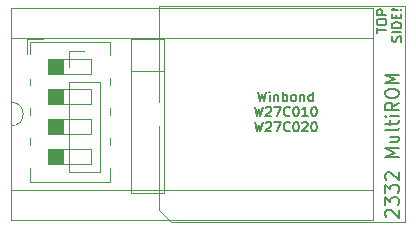
<source format=gbr>
G04 #@! TF.GenerationSoftware,KiCad,Pcbnew,9.0.0*
G04 #@! TF.CreationDate,2025-08-10T20:52:22-04:00*
G04 #@! TF.ProjectId,CBM-2332-MultiROM,43424d2d-3233-4333-922d-4d756c746952,rev?*
G04 #@! TF.SameCoordinates,Original*
G04 #@! TF.FileFunction,Legend,Top*
G04 #@! TF.FilePolarity,Positive*
%FSLAX46Y46*%
G04 Gerber Fmt 4.6, Leading zero omitted, Abs format (unit mm)*
G04 Created by KiCad (PCBNEW 9.0.0) date 2025-08-10 20:52:22*
%MOMM*%
%LPD*%
G01*
G04 APERTURE LIST*
%ADD10C,0.200000*%
%ADD11C,0.150000*%
%ADD12C,0.120000*%
G04 APERTURE END LIST*
D10*
X145007028Y-96289999D02*
X144949885Y-96237618D01*
X144949885Y-96237618D02*
X144892742Y-96132856D01*
X144892742Y-96132856D02*
X144892742Y-95870951D01*
X144892742Y-95870951D02*
X144949885Y-95766189D01*
X144949885Y-95766189D02*
X145007028Y-95713808D01*
X145007028Y-95713808D02*
X145121314Y-95661427D01*
X145121314Y-95661427D02*
X145235600Y-95661427D01*
X145235600Y-95661427D02*
X145407028Y-95713808D01*
X145407028Y-95713808D02*
X146092742Y-96342380D01*
X146092742Y-96342380D02*
X146092742Y-95661427D01*
X144892742Y-95294761D02*
X144892742Y-94613808D01*
X144892742Y-94613808D02*
X145349885Y-94980475D01*
X145349885Y-94980475D02*
X145349885Y-94823332D01*
X145349885Y-94823332D02*
X145407028Y-94718570D01*
X145407028Y-94718570D02*
X145464171Y-94666189D01*
X145464171Y-94666189D02*
X145578457Y-94613808D01*
X145578457Y-94613808D02*
X145864171Y-94613808D01*
X145864171Y-94613808D02*
X145978457Y-94666189D01*
X145978457Y-94666189D02*
X146035600Y-94718570D01*
X146035600Y-94718570D02*
X146092742Y-94823332D01*
X146092742Y-94823332D02*
X146092742Y-95137618D01*
X146092742Y-95137618D02*
X146035600Y-95242380D01*
X146035600Y-95242380D02*
X145978457Y-95294761D01*
X144892742Y-94247142D02*
X144892742Y-93566189D01*
X144892742Y-93566189D02*
X145349885Y-93932856D01*
X145349885Y-93932856D02*
X145349885Y-93775713D01*
X145349885Y-93775713D02*
X145407028Y-93670951D01*
X145407028Y-93670951D02*
X145464171Y-93618570D01*
X145464171Y-93618570D02*
X145578457Y-93566189D01*
X145578457Y-93566189D02*
X145864171Y-93566189D01*
X145864171Y-93566189D02*
X145978457Y-93618570D01*
X145978457Y-93618570D02*
X146035600Y-93670951D01*
X146035600Y-93670951D02*
X146092742Y-93775713D01*
X146092742Y-93775713D02*
X146092742Y-94089999D01*
X146092742Y-94089999D02*
X146035600Y-94194761D01*
X146035600Y-94194761D02*
X145978457Y-94247142D01*
X145007028Y-93147142D02*
X144949885Y-93094761D01*
X144949885Y-93094761D02*
X144892742Y-92989999D01*
X144892742Y-92989999D02*
X144892742Y-92728094D01*
X144892742Y-92728094D02*
X144949885Y-92623332D01*
X144949885Y-92623332D02*
X145007028Y-92570951D01*
X145007028Y-92570951D02*
X145121314Y-92518570D01*
X145121314Y-92518570D02*
X145235600Y-92518570D01*
X145235600Y-92518570D02*
X145407028Y-92570951D01*
X145407028Y-92570951D02*
X146092742Y-93199523D01*
X146092742Y-93199523D02*
X146092742Y-92518570D01*
X146092742Y-91209047D02*
X144892742Y-91209047D01*
X144892742Y-91209047D02*
X145749885Y-90842380D01*
X145749885Y-90842380D02*
X144892742Y-90475713D01*
X144892742Y-90475713D02*
X146092742Y-90475713D01*
X145292742Y-89480475D02*
X146092742Y-89480475D01*
X145292742Y-89951904D02*
X145921314Y-89951904D01*
X145921314Y-89951904D02*
X146035600Y-89899523D01*
X146035600Y-89899523D02*
X146092742Y-89794761D01*
X146092742Y-89794761D02*
X146092742Y-89637618D01*
X146092742Y-89637618D02*
X146035600Y-89532856D01*
X146035600Y-89532856D02*
X145978457Y-89480475D01*
X146092742Y-88799523D02*
X146035600Y-88904285D01*
X146035600Y-88904285D02*
X145921314Y-88956666D01*
X145921314Y-88956666D02*
X144892742Y-88956666D01*
X145292742Y-88537619D02*
X145292742Y-88118571D01*
X144892742Y-88380476D02*
X145921314Y-88380476D01*
X145921314Y-88380476D02*
X146035600Y-88328095D01*
X146035600Y-88328095D02*
X146092742Y-88223333D01*
X146092742Y-88223333D02*
X146092742Y-88118571D01*
X146092742Y-87751905D02*
X145292742Y-87751905D01*
X144892742Y-87751905D02*
X144949885Y-87804286D01*
X144949885Y-87804286D02*
X145007028Y-87751905D01*
X145007028Y-87751905D02*
X144949885Y-87699524D01*
X144949885Y-87699524D02*
X144892742Y-87751905D01*
X144892742Y-87751905D02*
X145007028Y-87751905D01*
X146092742Y-86599523D02*
X145521314Y-86966190D01*
X146092742Y-87228095D02*
X144892742Y-87228095D01*
X144892742Y-87228095D02*
X144892742Y-86809047D01*
X144892742Y-86809047D02*
X144949885Y-86704285D01*
X144949885Y-86704285D02*
X145007028Y-86651904D01*
X145007028Y-86651904D02*
X145121314Y-86599523D01*
X145121314Y-86599523D02*
X145292742Y-86599523D01*
X145292742Y-86599523D02*
X145407028Y-86651904D01*
X145407028Y-86651904D02*
X145464171Y-86704285D01*
X145464171Y-86704285D02*
X145521314Y-86809047D01*
X145521314Y-86809047D02*
X145521314Y-87228095D01*
X144892742Y-85918571D02*
X144892742Y-85709047D01*
X144892742Y-85709047D02*
X144949885Y-85604285D01*
X144949885Y-85604285D02*
X145064171Y-85499523D01*
X145064171Y-85499523D02*
X145292742Y-85447142D01*
X145292742Y-85447142D02*
X145692742Y-85447142D01*
X145692742Y-85447142D02*
X145921314Y-85499523D01*
X145921314Y-85499523D02*
X146035600Y-85604285D01*
X146035600Y-85604285D02*
X146092742Y-85709047D01*
X146092742Y-85709047D02*
X146092742Y-85918571D01*
X146092742Y-85918571D02*
X146035600Y-86023333D01*
X146035600Y-86023333D02*
X145921314Y-86128095D01*
X145921314Y-86128095D02*
X145692742Y-86180476D01*
X145692742Y-86180476D02*
X145292742Y-86180476D01*
X145292742Y-86180476D02*
X145064171Y-86128095D01*
X145064171Y-86128095D02*
X144949885Y-86023333D01*
X144949885Y-86023333D02*
X144892742Y-85918571D01*
X146092742Y-84975714D02*
X144892742Y-84975714D01*
X144892742Y-84975714D02*
X145749885Y-84609047D01*
X145749885Y-84609047D02*
X144892742Y-84242380D01*
X144892742Y-84242380D02*
X146092742Y-84242380D01*
D11*
X144196340Y-80724312D02*
X144196340Y-80267169D01*
X144996340Y-80495741D02*
X144196340Y-80495741D01*
X144196340Y-79848121D02*
X144196340Y-79695740D01*
X144196340Y-79695740D02*
X144234435Y-79619550D01*
X144234435Y-79619550D02*
X144310625Y-79543359D01*
X144310625Y-79543359D02*
X144463006Y-79505264D01*
X144463006Y-79505264D02*
X144729673Y-79505264D01*
X144729673Y-79505264D02*
X144882054Y-79543359D01*
X144882054Y-79543359D02*
X144958245Y-79619550D01*
X144958245Y-79619550D02*
X144996340Y-79695740D01*
X144996340Y-79695740D02*
X144996340Y-79848121D01*
X144996340Y-79848121D02*
X144958245Y-79924312D01*
X144958245Y-79924312D02*
X144882054Y-80000502D01*
X144882054Y-80000502D02*
X144729673Y-80038598D01*
X144729673Y-80038598D02*
X144463006Y-80038598D01*
X144463006Y-80038598D02*
X144310625Y-80000502D01*
X144310625Y-80000502D02*
X144234435Y-79924312D01*
X144234435Y-79924312D02*
X144196340Y-79848121D01*
X144996340Y-79162407D02*
X144196340Y-79162407D01*
X144196340Y-79162407D02*
X144196340Y-78857645D01*
X144196340Y-78857645D02*
X144234435Y-78781455D01*
X144234435Y-78781455D02*
X144272530Y-78743360D01*
X144272530Y-78743360D02*
X144348721Y-78705264D01*
X144348721Y-78705264D02*
X144463006Y-78705264D01*
X144463006Y-78705264D02*
X144539197Y-78743360D01*
X144539197Y-78743360D02*
X144577292Y-78781455D01*
X144577292Y-78781455D02*
X144615387Y-78857645D01*
X144615387Y-78857645D02*
X144615387Y-79162407D01*
X146246200Y-81448122D02*
X146284295Y-81333836D01*
X146284295Y-81333836D02*
X146284295Y-81143360D01*
X146284295Y-81143360D02*
X146246200Y-81067169D01*
X146246200Y-81067169D02*
X146208104Y-81029074D01*
X146208104Y-81029074D02*
X146131914Y-80990979D01*
X146131914Y-80990979D02*
X146055723Y-80990979D01*
X146055723Y-80990979D02*
X145979533Y-81029074D01*
X145979533Y-81029074D02*
X145941438Y-81067169D01*
X145941438Y-81067169D02*
X145903342Y-81143360D01*
X145903342Y-81143360D02*
X145865247Y-81295741D01*
X145865247Y-81295741D02*
X145827152Y-81371931D01*
X145827152Y-81371931D02*
X145789057Y-81410026D01*
X145789057Y-81410026D02*
X145712866Y-81448122D01*
X145712866Y-81448122D02*
X145636676Y-81448122D01*
X145636676Y-81448122D02*
X145560485Y-81410026D01*
X145560485Y-81410026D02*
X145522390Y-81371931D01*
X145522390Y-81371931D02*
X145484295Y-81295741D01*
X145484295Y-81295741D02*
X145484295Y-81105264D01*
X145484295Y-81105264D02*
X145522390Y-80990979D01*
X146284295Y-80648121D02*
X145484295Y-80648121D01*
X146284295Y-80267169D02*
X145484295Y-80267169D01*
X145484295Y-80267169D02*
X145484295Y-80076693D01*
X145484295Y-80076693D02*
X145522390Y-79962407D01*
X145522390Y-79962407D02*
X145598580Y-79886217D01*
X145598580Y-79886217D02*
X145674771Y-79848122D01*
X145674771Y-79848122D02*
X145827152Y-79810026D01*
X145827152Y-79810026D02*
X145941438Y-79810026D01*
X145941438Y-79810026D02*
X146093819Y-79848122D01*
X146093819Y-79848122D02*
X146170009Y-79886217D01*
X146170009Y-79886217D02*
X146246200Y-79962407D01*
X146246200Y-79962407D02*
X146284295Y-80076693D01*
X146284295Y-80076693D02*
X146284295Y-80267169D01*
X145865247Y-79467169D02*
X145865247Y-79200503D01*
X146284295Y-79086217D02*
X146284295Y-79467169D01*
X146284295Y-79467169D02*
X145484295Y-79467169D01*
X145484295Y-79467169D02*
X145484295Y-79086217D01*
X146208104Y-78743359D02*
X146246200Y-78705264D01*
X146246200Y-78705264D02*
X146284295Y-78743359D01*
X146284295Y-78743359D02*
X146246200Y-78781455D01*
X146246200Y-78781455D02*
X146208104Y-78743359D01*
X146208104Y-78743359D02*
X146284295Y-78743359D01*
X145979533Y-78743359D02*
X145522390Y-78781455D01*
X145522390Y-78781455D02*
X145484295Y-78743359D01*
X145484295Y-78743359D02*
X145522390Y-78705264D01*
X145522390Y-78705264D02*
X145979533Y-78743359D01*
X145979533Y-78743359D02*
X145484295Y-78743359D01*
X134156741Y-85672385D02*
X134347217Y-86472385D01*
X134347217Y-86472385D02*
X134499598Y-85900956D01*
X134499598Y-85900956D02*
X134651979Y-86472385D01*
X134651979Y-86472385D02*
X134842456Y-85672385D01*
X135147218Y-86472385D02*
X135147218Y-85939051D01*
X135147218Y-85672385D02*
X135109122Y-85710480D01*
X135109122Y-85710480D02*
X135147218Y-85748575D01*
X135147218Y-85748575D02*
X135185313Y-85710480D01*
X135185313Y-85710480D02*
X135147218Y-85672385D01*
X135147218Y-85672385D02*
X135147218Y-85748575D01*
X135528170Y-85939051D02*
X135528170Y-86472385D01*
X135528170Y-86015242D02*
X135566265Y-85977147D01*
X135566265Y-85977147D02*
X135642455Y-85939051D01*
X135642455Y-85939051D02*
X135756741Y-85939051D01*
X135756741Y-85939051D02*
X135832932Y-85977147D01*
X135832932Y-85977147D02*
X135871027Y-86053337D01*
X135871027Y-86053337D02*
X135871027Y-86472385D01*
X136251980Y-86472385D02*
X136251980Y-85672385D01*
X136251980Y-85977147D02*
X136328170Y-85939051D01*
X136328170Y-85939051D02*
X136480551Y-85939051D01*
X136480551Y-85939051D02*
X136556742Y-85977147D01*
X136556742Y-85977147D02*
X136594837Y-86015242D01*
X136594837Y-86015242D02*
X136632932Y-86091432D01*
X136632932Y-86091432D02*
X136632932Y-86320004D01*
X136632932Y-86320004D02*
X136594837Y-86396194D01*
X136594837Y-86396194D02*
X136556742Y-86434290D01*
X136556742Y-86434290D02*
X136480551Y-86472385D01*
X136480551Y-86472385D02*
X136328170Y-86472385D01*
X136328170Y-86472385D02*
X136251980Y-86434290D01*
X137090075Y-86472385D02*
X137013885Y-86434290D01*
X137013885Y-86434290D02*
X136975790Y-86396194D01*
X136975790Y-86396194D02*
X136937694Y-86320004D01*
X136937694Y-86320004D02*
X136937694Y-86091432D01*
X136937694Y-86091432D02*
X136975790Y-86015242D01*
X136975790Y-86015242D02*
X137013885Y-85977147D01*
X137013885Y-85977147D02*
X137090075Y-85939051D01*
X137090075Y-85939051D02*
X137204361Y-85939051D01*
X137204361Y-85939051D02*
X137280552Y-85977147D01*
X137280552Y-85977147D02*
X137318647Y-86015242D01*
X137318647Y-86015242D02*
X137356742Y-86091432D01*
X137356742Y-86091432D02*
X137356742Y-86320004D01*
X137356742Y-86320004D02*
X137318647Y-86396194D01*
X137318647Y-86396194D02*
X137280552Y-86434290D01*
X137280552Y-86434290D02*
X137204361Y-86472385D01*
X137204361Y-86472385D02*
X137090075Y-86472385D01*
X137699600Y-85939051D02*
X137699600Y-86472385D01*
X137699600Y-86015242D02*
X137737695Y-85977147D01*
X137737695Y-85977147D02*
X137813885Y-85939051D01*
X137813885Y-85939051D02*
X137928171Y-85939051D01*
X137928171Y-85939051D02*
X138004362Y-85977147D01*
X138004362Y-85977147D02*
X138042457Y-86053337D01*
X138042457Y-86053337D02*
X138042457Y-86472385D01*
X138766267Y-86472385D02*
X138766267Y-85672385D01*
X138766267Y-86434290D02*
X138690076Y-86472385D01*
X138690076Y-86472385D02*
X138537695Y-86472385D01*
X138537695Y-86472385D02*
X138461505Y-86434290D01*
X138461505Y-86434290D02*
X138423410Y-86396194D01*
X138423410Y-86396194D02*
X138385314Y-86320004D01*
X138385314Y-86320004D02*
X138385314Y-86091432D01*
X138385314Y-86091432D02*
X138423410Y-86015242D01*
X138423410Y-86015242D02*
X138461505Y-85977147D01*
X138461505Y-85977147D02*
X138537695Y-85939051D01*
X138537695Y-85939051D02*
X138690076Y-85939051D01*
X138690076Y-85939051D02*
X138766267Y-85977147D01*
X133851980Y-86960340D02*
X134042456Y-87760340D01*
X134042456Y-87760340D02*
X134194837Y-87188911D01*
X134194837Y-87188911D02*
X134347218Y-87760340D01*
X134347218Y-87760340D02*
X134537695Y-86960340D01*
X134804361Y-87036530D02*
X134842457Y-86998435D01*
X134842457Y-86998435D02*
X134918647Y-86960340D01*
X134918647Y-86960340D02*
X135109123Y-86960340D01*
X135109123Y-86960340D02*
X135185314Y-86998435D01*
X135185314Y-86998435D02*
X135223409Y-87036530D01*
X135223409Y-87036530D02*
X135261504Y-87112721D01*
X135261504Y-87112721D02*
X135261504Y-87188911D01*
X135261504Y-87188911D02*
X135223409Y-87303197D01*
X135223409Y-87303197D02*
X134766266Y-87760340D01*
X134766266Y-87760340D02*
X135261504Y-87760340D01*
X135528171Y-86960340D02*
X136061505Y-86960340D01*
X136061505Y-86960340D02*
X135718647Y-87760340D01*
X136823410Y-87684149D02*
X136785314Y-87722245D01*
X136785314Y-87722245D02*
X136671029Y-87760340D01*
X136671029Y-87760340D02*
X136594838Y-87760340D01*
X136594838Y-87760340D02*
X136480552Y-87722245D01*
X136480552Y-87722245D02*
X136404362Y-87646054D01*
X136404362Y-87646054D02*
X136366267Y-87569864D01*
X136366267Y-87569864D02*
X136328171Y-87417483D01*
X136328171Y-87417483D02*
X136328171Y-87303197D01*
X136328171Y-87303197D02*
X136366267Y-87150816D01*
X136366267Y-87150816D02*
X136404362Y-87074625D01*
X136404362Y-87074625D02*
X136480552Y-86998435D01*
X136480552Y-86998435D02*
X136594838Y-86960340D01*
X136594838Y-86960340D02*
X136671029Y-86960340D01*
X136671029Y-86960340D02*
X136785314Y-86998435D01*
X136785314Y-86998435D02*
X136823410Y-87036530D01*
X137318648Y-86960340D02*
X137394838Y-86960340D01*
X137394838Y-86960340D02*
X137471029Y-86998435D01*
X137471029Y-86998435D02*
X137509124Y-87036530D01*
X137509124Y-87036530D02*
X137547219Y-87112721D01*
X137547219Y-87112721D02*
X137585314Y-87265102D01*
X137585314Y-87265102D02*
X137585314Y-87455578D01*
X137585314Y-87455578D02*
X137547219Y-87607959D01*
X137547219Y-87607959D02*
X137509124Y-87684149D01*
X137509124Y-87684149D02*
X137471029Y-87722245D01*
X137471029Y-87722245D02*
X137394838Y-87760340D01*
X137394838Y-87760340D02*
X137318648Y-87760340D01*
X137318648Y-87760340D02*
X137242457Y-87722245D01*
X137242457Y-87722245D02*
X137204362Y-87684149D01*
X137204362Y-87684149D02*
X137166267Y-87607959D01*
X137166267Y-87607959D02*
X137128171Y-87455578D01*
X137128171Y-87455578D02*
X137128171Y-87265102D01*
X137128171Y-87265102D02*
X137166267Y-87112721D01*
X137166267Y-87112721D02*
X137204362Y-87036530D01*
X137204362Y-87036530D02*
X137242457Y-86998435D01*
X137242457Y-86998435D02*
X137318648Y-86960340D01*
X138347219Y-87760340D02*
X137890076Y-87760340D01*
X138118648Y-87760340D02*
X138118648Y-86960340D01*
X138118648Y-86960340D02*
X138042457Y-87074625D01*
X138042457Y-87074625D02*
X137966267Y-87150816D01*
X137966267Y-87150816D02*
X137890076Y-87188911D01*
X138842458Y-86960340D02*
X138918648Y-86960340D01*
X138918648Y-86960340D02*
X138994839Y-86998435D01*
X138994839Y-86998435D02*
X139032934Y-87036530D01*
X139032934Y-87036530D02*
X139071029Y-87112721D01*
X139071029Y-87112721D02*
X139109124Y-87265102D01*
X139109124Y-87265102D02*
X139109124Y-87455578D01*
X139109124Y-87455578D02*
X139071029Y-87607959D01*
X139071029Y-87607959D02*
X139032934Y-87684149D01*
X139032934Y-87684149D02*
X138994839Y-87722245D01*
X138994839Y-87722245D02*
X138918648Y-87760340D01*
X138918648Y-87760340D02*
X138842458Y-87760340D01*
X138842458Y-87760340D02*
X138766267Y-87722245D01*
X138766267Y-87722245D02*
X138728172Y-87684149D01*
X138728172Y-87684149D02*
X138690077Y-87607959D01*
X138690077Y-87607959D02*
X138651981Y-87455578D01*
X138651981Y-87455578D02*
X138651981Y-87265102D01*
X138651981Y-87265102D02*
X138690077Y-87112721D01*
X138690077Y-87112721D02*
X138728172Y-87036530D01*
X138728172Y-87036530D02*
X138766267Y-86998435D01*
X138766267Y-86998435D02*
X138842458Y-86960340D01*
X133851980Y-88248295D02*
X134042456Y-89048295D01*
X134042456Y-89048295D02*
X134194837Y-88476866D01*
X134194837Y-88476866D02*
X134347218Y-89048295D01*
X134347218Y-89048295D02*
X134537695Y-88248295D01*
X134804361Y-88324485D02*
X134842457Y-88286390D01*
X134842457Y-88286390D02*
X134918647Y-88248295D01*
X134918647Y-88248295D02*
X135109123Y-88248295D01*
X135109123Y-88248295D02*
X135185314Y-88286390D01*
X135185314Y-88286390D02*
X135223409Y-88324485D01*
X135223409Y-88324485D02*
X135261504Y-88400676D01*
X135261504Y-88400676D02*
X135261504Y-88476866D01*
X135261504Y-88476866D02*
X135223409Y-88591152D01*
X135223409Y-88591152D02*
X134766266Y-89048295D01*
X134766266Y-89048295D02*
X135261504Y-89048295D01*
X135528171Y-88248295D02*
X136061505Y-88248295D01*
X136061505Y-88248295D02*
X135718647Y-89048295D01*
X136823410Y-88972104D02*
X136785314Y-89010200D01*
X136785314Y-89010200D02*
X136671029Y-89048295D01*
X136671029Y-89048295D02*
X136594838Y-89048295D01*
X136594838Y-89048295D02*
X136480552Y-89010200D01*
X136480552Y-89010200D02*
X136404362Y-88934009D01*
X136404362Y-88934009D02*
X136366267Y-88857819D01*
X136366267Y-88857819D02*
X136328171Y-88705438D01*
X136328171Y-88705438D02*
X136328171Y-88591152D01*
X136328171Y-88591152D02*
X136366267Y-88438771D01*
X136366267Y-88438771D02*
X136404362Y-88362580D01*
X136404362Y-88362580D02*
X136480552Y-88286390D01*
X136480552Y-88286390D02*
X136594838Y-88248295D01*
X136594838Y-88248295D02*
X136671029Y-88248295D01*
X136671029Y-88248295D02*
X136785314Y-88286390D01*
X136785314Y-88286390D02*
X136823410Y-88324485D01*
X137318648Y-88248295D02*
X137394838Y-88248295D01*
X137394838Y-88248295D02*
X137471029Y-88286390D01*
X137471029Y-88286390D02*
X137509124Y-88324485D01*
X137509124Y-88324485D02*
X137547219Y-88400676D01*
X137547219Y-88400676D02*
X137585314Y-88553057D01*
X137585314Y-88553057D02*
X137585314Y-88743533D01*
X137585314Y-88743533D02*
X137547219Y-88895914D01*
X137547219Y-88895914D02*
X137509124Y-88972104D01*
X137509124Y-88972104D02*
X137471029Y-89010200D01*
X137471029Y-89010200D02*
X137394838Y-89048295D01*
X137394838Y-89048295D02*
X137318648Y-89048295D01*
X137318648Y-89048295D02*
X137242457Y-89010200D01*
X137242457Y-89010200D02*
X137204362Y-88972104D01*
X137204362Y-88972104D02*
X137166267Y-88895914D01*
X137166267Y-88895914D02*
X137128171Y-88743533D01*
X137128171Y-88743533D02*
X137128171Y-88553057D01*
X137128171Y-88553057D02*
X137166267Y-88400676D01*
X137166267Y-88400676D02*
X137204362Y-88324485D01*
X137204362Y-88324485D02*
X137242457Y-88286390D01*
X137242457Y-88286390D02*
X137318648Y-88248295D01*
X137890076Y-88324485D02*
X137928172Y-88286390D01*
X137928172Y-88286390D02*
X138004362Y-88248295D01*
X138004362Y-88248295D02*
X138194838Y-88248295D01*
X138194838Y-88248295D02*
X138271029Y-88286390D01*
X138271029Y-88286390D02*
X138309124Y-88324485D01*
X138309124Y-88324485D02*
X138347219Y-88400676D01*
X138347219Y-88400676D02*
X138347219Y-88476866D01*
X138347219Y-88476866D02*
X138309124Y-88591152D01*
X138309124Y-88591152D02*
X137851981Y-89048295D01*
X137851981Y-89048295D02*
X138347219Y-89048295D01*
X138842458Y-88248295D02*
X138918648Y-88248295D01*
X138918648Y-88248295D02*
X138994839Y-88286390D01*
X138994839Y-88286390D02*
X139032934Y-88324485D01*
X139032934Y-88324485D02*
X139071029Y-88400676D01*
X139071029Y-88400676D02*
X139109124Y-88553057D01*
X139109124Y-88553057D02*
X139109124Y-88743533D01*
X139109124Y-88743533D02*
X139071029Y-88895914D01*
X139071029Y-88895914D02*
X139032934Y-88972104D01*
X139032934Y-88972104D02*
X138994839Y-89010200D01*
X138994839Y-89010200D02*
X138918648Y-89048295D01*
X138918648Y-89048295D02*
X138842458Y-89048295D01*
X138842458Y-89048295D02*
X138766267Y-89010200D01*
X138766267Y-89010200D02*
X138728172Y-88972104D01*
X138728172Y-88972104D02*
X138690077Y-88895914D01*
X138690077Y-88895914D02*
X138651981Y-88743533D01*
X138651981Y-88743533D02*
X138651981Y-88553057D01*
X138651981Y-88553057D02*
X138690077Y-88400676D01*
X138690077Y-88400676D02*
X138728172Y-88324485D01*
X138728172Y-88324485D02*
X138766267Y-88286390D01*
X138766267Y-88286390D02*
X138842458Y-88248295D01*
D12*
X146594801Y-96704200D02*
X146594801Y-78454200D01*
X146594801Y-78454200D02*
X125794801Y-78454200D01*
X126794801Y-96704200D02*
X146594801Y-96704200D01*
X125794801Y-95704200D02*
X126794801Y-96704200D01*
X125794801Y-88579199D02*
X125794801Y-95704200D01*
X125794801Y-78454200D02*
X125794801Y-86579200D01*
X114561600Y-81216000D02*
X114561600Y-82526000D01*
X114561600Y-81216000D02*
X115944600Y-81216000D01*
X114801600Y-81456000D02*
X114801600Y-82526000D01*
X114801600Y-81456000D02*
X121621600Y-81456000D01*
X114801600Y-84606000D02*
X114801600Y-85146000D01*
X114801600Y-87066000D02*
X114801600Y-87686000D01*
X114801600Y-89606000D02*
X114801600Y-90226000D01*
X114801600Y-92146000D02*
X114801600Y-93296000D01*
X114801600Y-93296000D02*
X121621600Y-93296000D01*
X117608267Y-82931000D02*
X117608267Y-84201000D01*
X117608267Y-85471000D02*
X117608267Y-86741000D01*
X117608267Y-88011000D02*
X117608267Y-89281000D01*
X117608267Y-90551000D02*
X117608267Y-91821000D01*
X121621600Y-81456000D02*
X121621600Y-82606000D01*
X121621600Y-84526000D02*
X121621600Y-85146000D01*
X121621600Y-87066000D02*
X121621600Y-87686000D01*
X121621600Y-89606000D02*
X121621600Y-90226000D01*
X121621600Y-92146000D02*
X121621600Y-93296000D01*
X116401600Y-82931000D02*
X117608267Y-82931000D01*
X117608267Y-84201000D01*
X116401600Y-84201000D01*
X116401600Y-82931000D01*
G36*
X116401600Y-82931000D02*
G01*
X117608267Y-82931000D01*
X117608267Y-84201000D01*
X116401600Y-84201000D01*
X116401600Y-82931000D01*
G37*
X116401600Y-82931000D02*
X120021600Y-82931000D01*
X120021600Y-84201000D01*
X116401600Y-84201000D01*
X116401600Y-82931000D01*
X116401600Y-85471000D02*
X117608267Y-85471000D01*
X117608267Y-86741000D01*
X116401600Y-86741000D01*
X116401600Y-85471000D01*
G36*
X116401600Y-85471000D02*
G01*
X117608267Y-85471000D01*
X117608267Y-86741000D01*
X116401600Y-86741000D01*
X116401600Y-85471000D01*
G37*
X116401600Y-85471000D02*
X120021600Y-85471000D01*
X120021600Y-86741000D01*
X116401600Y-86741000D01*
X116401600Y-85471000D01*
X116401600Y-88011000D02*
X117608267Y-88011000D01*
X117608267Y-89281000D01*
X116401600Y-89281000D01*
X116401600Y-88011000D01*
G36*
X116401600Y-88011000D02*
G01*
X117608267Y-88011000D01*
X117608267Y-89281000D01*
X116401600Y-89281000D01*
X116401600Y-88011000D01*
G37*
X116401600Y-88011000D02*
X120021600Y-88011000D01*
X120021600Y-89281000D01*
X116401600Y-89281000D01*
X116401600Y-88011000D01*
X116401600Y-90551000D02*
X117608267Y-90551000D01*
X117608267Y-91821000D01*
X116401600Y-91821000D01*
X116401600Y-90551000D01*
G36*
X116401600Y-90551000D02*
G01*
X117608267Y-90551000D01*
X117608267Y-91821000D01*
X116401600Y-91821000D01*
X116401600Y-90551000D01*
G37*
X116401600Y-90551000D02*
X120021600Y-90551000D01*
X120021600Y-91821000D01*
X116401600Y-91821000D01*
X116401600Y-90551000D01*
X113255750Y-81112850D02*
X113255750Y-86572850D01*
X113255750Y-88572850D02*
X113255750Y-94032850D01*
X113255750Y-94032850D02*
X143855750Y-94032850D01*
X143855750Y-81112850D02*
X113255750Y-81112850D01*
X143855750Y-94032850D02*
X143855750Y-81112850D01*
X113195750Y-96522850D02*
X143915750Y-96522850D01*
X143915750Y-78622850D01*
X113195750Y-78622850D01*
X113195750Y-96522850D01*
X113255750Y-86572850D02*
G75*
G02*
X113255750Y-88572850I0J-1000000D01*
G01*
X123364800Y-81211600D02*
X123364800Y-94251600D01*
X123364800Y-94251600D02*
X126164800Y-94251600D01*
X126164800Y-81211600D02*
X123364800Y-81211600D01*
X126164800Y-83921600D02*
X123364800Y-83921600D01*
X126164800Y-94251600D02*
X126164800Y-81211600D01*
X118100800Y-82236000D02*
X119430800Y-82236000D01*
X118100800Y-83566000D02*
X118100800Y-82236000D01*
X118100800Y-84836000D02*
X118100800Y-92516000D01*
X118100800Y-84836000D02*
X120760800Y-84836000D01*
X118100800Y-92516000D02*
X120760800Y-92516000D01*
X120760800Y-84836000D02*
X120760800Y-92516000D01*
M02*

</source>
